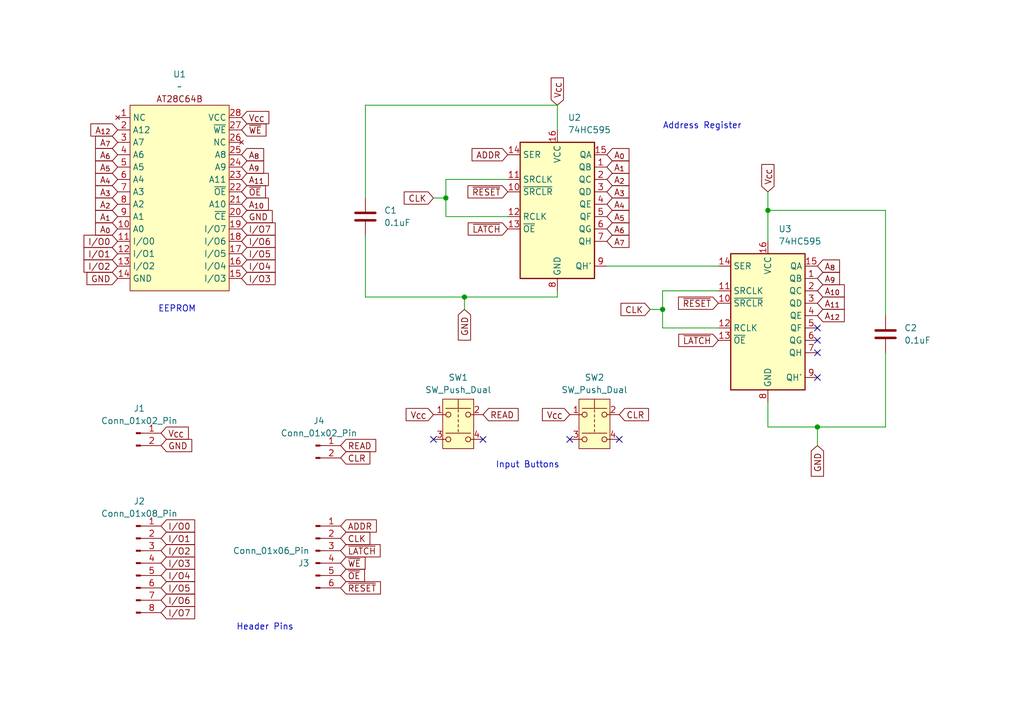
<source format=kicad_sch>
(kicad_sch (version 20250114) (generator "eeschema") (generator_version "9.0")
  (paper "A5")
  (title_block (title "EEPROM Programmer Shield") (date "2025-06-17") (rev "1"))
  (lib_symbols
    (symbol "74xx:74HC595"
      (property "Reference" "U" (at -7.62 13.97 0))
      (property "Value" "74HC595" (at -7.62 -16.51 0))
      (symbol "74HC595_1_0"
        (pin input line (at -10.16 10.16 0) (length 2.54) (name "SER") (number "14"))
        (pin input line (at -10.16 5.08 0) (length 2.54) (name "SRCLK") (number "11"))
        (pin input line (at -10.16 2.54 0) (length 2.54) (name "~{SRCLR}") (number "10"))
        (pin input line (at -10.16 -2.54 0) (length 2.54) (name "RCLK") (number "12"))
        (pin input line (at -10.16 -5.08 0) (length 2.54) (name "~{OE}") (number "13"))
        (pin power_in line (at 0 15.24 270) (length 2.54) (name "VCC") (number "16"))
        (pin power_in line (at 0 -17.78 90) (length 2.54) (name "GND") (number "8"))
        (pin tri_state line (at 10.16 10.16 180) (length 2.54) (name "QA") (number "15"))
        (pin tri_state line (at 10.16 7.62 180) (length 2.54) (name "QB") (number "1"))
        (pin tri_state line (at 10.16 5.08 180) (length 2.54) (name "QC") (number "2"))
        (pin tri_state line (at 10.16 2.54 180) (length 2.54) (name "QD") (number "3"))
        (pin tri_state line (at 10.16 0 180) (length 2.54) (name "QE") (number "4"))
        (pin tri_state line (at 10.16 -2.54 180) (length 2.54) (name "QF") (number "5"))
        (pin tri_state line (at 10.16 -5.08 180) (length 2.54) (name "QG") (number "6"))
        (pin tri_state line (at 10.16 -7.62 180) (length 2.54) (name "QH") (number "7"))
        (pin output line (at 10.16 -12.7 180) (length 2.54) (name "QH'") (number "9"))
      )
      (symbol "74HC595_1_1"
        (rectangle (start -7.62 12.7) (end 7.62 -15.24) (stroke (width 0.254)) (fill (type background)))
      )
    )
    (symbol "Connector:Conn_01x02_Pin" (pin_names (offset 1.016) (hide yes))
      (property "Reference" "J" (at 0 2.54 0))
      (property "Value" "Conn_01x02_Pin" (at 0 -5.08 0))
      (symbol "Conn_01x02_Pin_1_1"
        (rectangle (start 0.8636 0.127) (end 0 -0.127) (stroke (width 0.1524)) (fill (type outline)))
        (rectangle (start 0.8636 -2.413) (end 0 -2.667) (stroke (width 0.1524)) (fill (type outline)))
        (polyline (pts (xy 1.27 0) (xy 0.8636 0)) (stroke (width 0.1524)))
        (polyline (pts (xy 1.27 -2.54) (xy 0.8636 -2.54)) (stroke (width 0.1524)))
        (pin passive line (at 5.08 0 180) (length 3.81) (name "Pin_1") (number "1"))
        (pin passive line (at 5.08 -2.54 180) (length 3.81) (name "Pin_2") (number "2"))
      )
    )
    (symbol "Connector:Conn_01x06_Pin" (pin_names (offset 1.016) (hide yes))
      (property "Reference" "J" (at 0 7.62 0))
      (property "Value" "Conn_01x06_Pin" (at 0 -10.16 0))
      (symbol "Conn_01x06_Pin_1_1"
        (rectangle (start 0.8636 5.207) (end 0 4.953) (stroke (width 0.1524)) (fill (type outline)))
        (rectangle (start 0.8636 2.667) (end 0 2.413) (stroke (width 0.1524)) (fill (type outline)))
        (rectangle (start 0.8636 0.127) (end 0 -0.127) (stroke (width 0.1524)) (fill (type outline)))
        (rectangle (start 0.8636 -2.413) (end 0 -2.667) (stroke (width 0.1524)) (fill (type outline)))
        (rectangle (start 0.8636 -4.953) (end 0 -5.207) (stroke (width 0.1524)) (fill (type outline)))
        (rectangle (start 0.8636 -7.493) (end 0 -7.747) (stroke (width 0.1524)) (fill (type outline)))
        (polyline (pts (xy 1.27 5.08) (xy 0.8636 5.08)) (stroke (width 0.1524)))
        (polyline (pts (xy 1.27 2.54) (xy 0.8636 2.54)) (stroke (width 0.1524)))
        (polyline (pts (xy 1.27 0) (xy 0.8636 0)) (stroke (width 0.1524)))
        (polyline (pts (xy 1.27 -2.54) (xy 0.8636 -2.54)) (stroke (width 0.1524)))
        (polyline (pts (xy 1.27 -5.08) (xy 0.8636 -5.08)) (stroke (width 0.1524)))
        (polyline (pts (xy 1.27 -7.62) (xy 0.8636 -7.62)) (stroke (width 0.1524)))
        (pin passive line (at 5.08 5.08 180) (length 3.81) (name "Pin_1") (number "1"))
        (pin passive line (at 5.08 2.54 180) (length 3.81) (name "Pin_2") (number "2"))
        (pin passive line (at 5.08 0 180) (length 3.81) (name "Pin_3") (number "3"))
        (pin passive line (at 5.08 -2.54 180) (length 3.81) (name "Pin_4") (number "4"))
        (pin passive line (at 5.08 -5.08 180) (length 3.81) (name "Pin_5") (number "5"))
        (pin passive line (at 5.08 -7.62 180) (length 3.81) (name "Pin_6") (number "6"))
      )
    )
    (symbol "Connector:Conn_01x08_Pin" (pin_names (offset 1.016) (hide yes))
      (property "Reference" "J" (at 0 10.16 0))
      (property "Value" "Conn_01x08_Pin" (at 0 -12.7 0))
      (symbol "Conn_01x08_Pin_1_1"
        (rectangle (start 0.8636 7.747) (end 0 7.493) (stroke (width 0.1524)) (fill (type outline)))
        (rectangle (start 0.8636 5.207) (end 0 4.953) (stroke (width 0.1524)) (fill (type outline)))
        (rectangle (start 0.8636 2.667) (end 0 2.413) (stroke (width 0.1524)) (fill (type outline)))
        (rectangle (start 0.8636 0.127) (end 0 -0.127) (stroke (width 0.1524)) (fill (type outline)))
        (rectangle (start 0.8636 -2.413) (end 0 -2.667) (stroke (width 0.1524)) (fill (type outline)))
        (rectangle (start 0.8636 -4.953) (end 0 -5.207) (stroke (width 0.1524)) (fill (type outline)))
        (rectangle (start 0.8636 -7.493) (end 0 -7.747) (stroke (width 0.1524)) (fill (type outline)))
        (rectangle (start 0.8636 -10.033) (end 0 -10.287) (stroke (width 0.1524)) (fill (type outline)))
        (polyline (pts (xy 1.27 7.62) (xy 0.8636 7.62)) (stroke (width 0.1524)))
        (polyline (pts (xy 1.27 5.08) (xy 0.8636 5.08)) (stroke (width 0.1524)))
        (polyline (pts (xy 1.27 2.54) (xy 0.8636 2.54)) (stroke (width 0.1524)))
        (polyline (pts (xy 1.27 0) (xy 0.8636 0)) (stroke (width 0.1524)))
        (polyline (pts (xy 1.27 -2.54) (xy 0.8636 -2.54)) (stroke (width 0.1524)))
        (polyline (pts (xy 1.27 -5.08) (xy 0.8636 -5.08)) (stroke (width 0.1524)))
        (polyline (pts (xy 1.27 -7.62) (xy 0.8636 -7.62)) (stroke (width 0.1524)))
        (polyline (pts (xy 1.27 -10.16) (xy 0.8636 -10.16)) (stroke (width 0.1524)))
        (pin passive line (at 5.08 7.62 180) (length 3.81) (name "Pin_1") (number "1"))
        (pin passive line (at 5.08 5.08 180) (length 3.81) (name "Pin_2") (number "2"))
        (pin passive line (at 5.08 2.54 180) (length 3.81) (name "Pin_3") (number "3"))
        (pin passive line (at 5.08 0 180) (length 3.81) (name "Pin_4") (number "4"))
        (pin passive line (at 5.08 -2.54 180) (length 3.81) (name "Pin_5") (number "5"))
        (pin passive line (at 5.08 -5.08 180) (length 3.81) (name "Pin_6") (number "6"))
        (pin passive line (at 5.08 -7.62 180) (length 3.81) (name "Pin_7") (number "7"))
        (pin passive line (at 5.08 -10.16 180) (length 3.81) (name "Pin_8") (number "8"))
      )
    )
    (symbol "Device:C" (pin_numbers (hide yes)) (pin_names (offset 0.254))
      (property "Reference" "C" (at 0.635 2.54 0))
      (property "Value" "C" (at 0.635 -2.54 0))
      (symbol "C_0_1"
        (polyline (pts (xy -2.032 0.762) (xy 2.032 0.762)) (stroke (width 0.508)))
        (polyline (pts (xy -2.032 -0.762) (xy 2.032 -0.762)) (stroke (width 0.508)))
      )
      (symbol "C_1_1"
        (pin passive line (at 0 3.81 270) (length 2.794) (name "~") (number "1"))
        (pin passive line (at 0 -3.81 90) (length 2.794) (name "~") (number "2"))
      )
    )
    (symbol "Memory_EEPROM:AT28C64B"
      (property "Reference" "U" (at 0 9.906 0))
      (symbol "AT28C64B_1_1"
        (rectangle (start -10.16 6.35) (end 10.16 -31.75) (fill (type color) (color 255 255 194 1)))
        (text "AT28C64B" (at 0 7.62 0) (effects (font (size 1.27 1.27))))
        (pin no_connect line (at -12.7 3.81 0) (length 2.54) (name "NC") (number "1"))
        (pin input line (at -12.7 1.27 0) (length 2.54) (name "A12") (number "2"))
        (pin input line (at -12.7 -1.27 0) (length 2.54) (name "A7") (number "3"))
        (pin input line (at -12.7 -3.81 0) (length 2.54) (name "A6") (number "4"))
        (pin input line (at -12.7 -6.35 0) (length 2.54) (name "A5") (number "5"))
        (pin input line (at -12.7 -8.89 0) (length 2.54) (name "A4") (number "6"))
        (pin input line (at -12.7 -11.43 0) (length 2.54) (name "A3") (number "7"))
        (pin input line (at -12.7 -13.97 0) (length 2.54) (name "A2") (number "8"))
        (pin input line (at -12.7 -16.51 0) (length 2.54) (name "A1") (number "9"))
        (pin input line (at -12.7 -19.05 0) (length 2.54) (name "A0") (number "10"))
        (pin bidirectional line (at -12.7 -21.59 0) (length 2.54) (name "I/O0") (number "11"))
        (pin bidirectional line (at -12.7 -24.13 0) (length 2.54) (name "I/O1") (number "12"))
        (pin bidirectional line (at -12.7 -26.67 0) (length 2.54) (name "I/O2") (number "13"))
        (pin input line (at -12.7 -29.21 0) (length 2.54) (name "GND") (number "14"))
        (pin input line (at 12.7 3.81 180) (length 2.54) (name "VCC") (number "28"))
        (pin input line (at 12.7 1.27 180) (length 2.54) (name "~{WE}") (number "27"))
        (pin no_connect line (at 12.7 -1.27 180) (length 2.54) (name "NC") (number "26"))
        (pin input line (at 12.7 -3.81 180) (length 2.54) (name "A8") (number "25"))
        (pin input line (at 12.7 -6.35 180) (length 2.54) (name "A9") (number "24"))
        (pin input line (at 12.7 -8.89 180) (length 2.54) (name "A11") (number "23"))
        (pin input line (at 12.7 -11.43 180) (length 2.54) (name "~{OE}") (number "22"))
        (pin input line (at 12.7 -13.97 180) (length 2.54) (name "A10") (number "21"))
        (pin input line (at 12.7 -16.51 180) (length 2.54) (name "~{CE}") (number "20"))
        (pin bidirectional line (at 12.7 -19.05 180) (length 2.54) (name "I/O7") (number "19"))
        (pin bidirectional line (at 12.7 -21.59 180) (length 2.54) (name "I/O6") (number "18"))
        (pin bidirectional line (at 12.7 -24.13 180) (length 2.54) (name "I/O5") (number "17"))
        (pin bidirectional line (at 12.7 -26.67 180) (length 2.54) (name "I/O4") (number "16"))
        (pin bidirectional line (at 12.7 -29.21 180) (length 2.54) (name "I/O3") (number "15"))
      )
    )
    (symbol "Switch:SW_Push_Dual" (pin_names (offset 1.016) (hide yes))
      (property "Reference" "SW" (at 0 7.62 0))
      (property "Value" "SW_Push_Dual" (at 0 -6.35 0))
      (symbol "SW_Push_Dual_0_1"
        (circle (center -2.032 2.54) (radius 0.508))
        (circle (center -2.032 -2.54) (radius 0.508))
        (polyline (pts (xy 0 3.81) (xy 0 5.588)))
        (polyline (pts (xy 0 3.048) (xy 0 3.556)))
        (polyline (pts (xy 0 2.032) (xy 0 2.54)))
        (polyline (pts (xy 0 1.016) (xy 0 1.524)))
        (polyline (pts (xy 0 0.508) (xy 0 0)))
        (polyline (pts (xy 0 -0.508) (xy 0 -1.016)))
        (circle (center 2.032 2.54) (radius 0.508))
        (circle (center 2.032 -2.54) (radius 0.508))
        (polyline (pts (xy 2.54 3.81) (xy -2.54 3.81)))
        (polyline (pts (xy 2.54 -1.27) (xy -2.54 -1.27)))
        (pin passive line (at -5.08 2.54 0) (length 2.54) (name "1") (number "1"))
        (pin passive line (at -5.08 -2.54 0) (length 2.54) (name "3") (number "3"))
        (pin passive line (at 5.08 2.54 180) (length 2.54) (name "2") (number "2"))
        (pin passive line (at 5.08 -2.54 180) (length 2.54) (name "4") (number "4"))
      )
      (symbol "SW_Push_Dual_1_1"
        (rectangle (start -3.175 5.715) (end 3.175 -4.445) (fill (type background)))
      )
    )
  )
  (text "Address Register" (at 144.018 25.908 0) (effects (font (size 1.27 1.27))))
  (text "Header Pins" (at 54.356 128.778 0) (effects (font (size 1.27 1.27))))
  (text "Input Buttons" (at 108.204 95.504 0) (effects (font (size 1.27 1.27))))
  (text "EEPROM" (at 36.322 63.5 0) (effects (font (size 1.27 1.27))))
  (junction (at 95.25 60.96))
  (junction (at 91.44 40.64))
  (junction (at 167.64 87.63))
  (junction (at 157.48 43.18))
  (junction (at 135.89 63.5))
  (no_connect (at 88.9 90.17))
  (no_connect (at 167.64 67.31))
  (no_connect (at 116.84 90.17))
  (no_connect (at 167.64 72.39))
  (no_connect (at 167.64 77.47))
  (no_connect (at 99.06 90.17))
  (no_connect (at 127 90.17))
  (no_connect (at 167.64 69.85))
  (wire (pts (xy 135.89 59.69) (xy 135.89 63.5)))
  (wire (pts (xy 104.14 36.83) (xy 91.44 36.83)))
  (wire (pts (xy 135.89 67.31) (xy 147.32 67.31)))
  (wire (pts (xy 114.3 21.59) (xy 114.3 26.67)))
  (wire (pts (xy 147.32 59.69) (xy 135.89 59.69)))
  (wire (pts (xy 95.25 60.96) (xy 74.93 60.96)))
  (wire (pts (xy 181.61 43.18) (xy 181.61 64.77)))
  (wire (pts (xy 167.64 87.63) (xy 167.64 91.44)))
  (wire (pts (xy 157.48 43.18) (xy 157.48 49.53)))
  (wire (pts (xy 95.25 60.96) (xy 114.3 60.96)))
  (wire (pts (xy 133.35 63.5) (xy 135.89 63.5)))
  (wire (pts (xy 181.61 72.39) (xy 181.61 87.63)))
  (wire (pts (xy 91.44 44.45) (xy 104.14 44.45)))
  (wire (pts (xy 114.3 60.96) (xy 114.3 59.69)))
  (wire (pts (xy 135.89 63.5) (xy 135.89 67.31)))
  (wire (pts (xy 157.48 39.37) (xy 157.48 43.18)))
  (wire (pts (xy 124.46 54.61) (xy 147.32 54.61)))
  (wire (pts (xy 91.44 40.64) (xy 91.44 44.45)))
  (wire (pts (xy 167.64 87.63) (xy 181.61 87.63)))
  (wire (pts (xy 157.48 87.63) (xy 167.64 87.63)))
  (wire (pts (xy 88.9 40.64) (xy 91.44 40.64)))
  (wire (pts (xy 74.93 21.59) (xy 74.93 40.64)))
  (wire (pts (xy 157.48 43.18) (xy 181.61 43.18)))
  (wire (pts (xy 157.48 87.63) (xy 157.48 82.55)))
  (wire (pts (xy 114.3 21.59) (xy 74.93 21.59)))
  (wire (pts (xy 74.93 48.26) (xy 74.93 60.96)))
  (wire (pts (xy 91.44 36.83) (xy 91.44 40.64)))
  (wire (pts (xy 95.25 60.96) (xy 95.25 63.5)))
  (global_label "GND" (shape input) (at 95.25 63.5 270) (property "Intersheetrefs" "${INTERSHEET_REFS}" (effects (hide yes))))
  (global_label "A_{2}" (shape input) (at 24.13 41.91 180) (property "Intersheetrefs" "${INTERSHEET_REFS}" (effects (hide yes))))
  (global_label "A_{2}" (shape input) (at 124.46 36.83 0) (property "Intersheetrefs" "${INTERSHEET_REFS}" (effects (hide yes))))
  (global_label "A_{6}" (shape input) (at 24.13 31.75 180) (property "Intersheetrefs" "${INTERSHEET_REFS}" (effects (hide yes))))
  (global_label "I{slash}O2" (shape input) (at 33.02 113.03 0) (property "Intersheetrefs" "${INTERSHEET_REFS}" (effects (hide yes))))
  (global_label "A_{9}" (shape input) (at 49.53 34.29 0) (property "Intersheetrefs" "${INTERSHEET_REFS}" (effects (hide yes))))
  (global_label "I{slash}O4" (shape input) (at 33.02 118.11 0) (property "Intersheetrefs" "${INTERSHEET_REFS}" (effects (hide yes))))
  (global_label "V_{CC}" (shape input) (at 33.02 88.9 0) (property "Intersheetrefs" "${INTERSHEET_REFS}" (effects (hide yes))))
  (global_label "~{OE}" (shape input) (at 69.85 118.11 0) (property "Intersheetrefs" "${INTERSHEET_REFS}" (effects (hide yes))))
  (global_label "V_{CC}" (shape input) (at 114.3 21.59 90) (property "Intersheetrefs" "${INTERSHEET_REFS}" (effects (hide yes))))
  (global_label "A_{10}" (shape input) (at 167.64 59.69 0) (property "Intersheetrefs" "${INTERSHEET_REFS}" (effects (hide yes))))
  (global_label "GND" (shape input) (at 167.64 91.44 270) (property "Intersheetrefs" "${INTERSHEET_REFS}" (effects (hide yes))))
  (global_label "ADDR" (shape input) (at 69.85 107.95 0) (property "Intersheetrefs" "${INTERSHEET_REFS}" (effects (hide yes))))
  (global_label "~{RESET}" (shape input) (at 104.14 39.37 180) (property "Intersheetrefs" "${INTERSHEET_REFS}" (effects (hide yes))))
  (global_label "~{WE}" (shape input) (at 49.53 26.67 0) (property "Intersheetrefs" "${INTERSHEET_REFS}" (effects (hide yes))))
  (global_label "I{slash}O3" (shape input) (at 49.53 57.15 0) (property "Intersheetrefs" "${INTERSHEET_REFS}" (effects (hide yes))))
  (global_label "I{slash}O1" (shape input) (at 24.13 52.07 180) (property "Intersheetrefs" "${INTERSHEET_REFS}" (effects (hide yes))))
  (global_label "~{LATCH}" (shape input) (at 69.85 113.03 0) (property "Intersheetrefs" "${INTERSHEET_REFS}" (effects (hide yes))))
  (global_label "~{LATCH}" (shape input) (at 104.14 46.99 180) (property "Intersheetrefs" "${INTERSHEET_REFS}" (effects (hide yes))))
  (global_label "A_{1}" (shape input) (at 124.46 34.29 0) (property "Intersheetrefs" "${INTERSHEET_REFS}" (effects (hide yes))))
  (global_label "CLR" (shape input) (at 69.85 93.98 0) (property "Intersheetrefs" "${INTERSHEET_REFS}" (effects (hide yes))))
  (global_label "A_{12}" (shape input) (at 24.13 26.67 180) (property "Intersheetrefs" "${INTERSHEET_REFS}" (effects (hide yes))))
  (global_label "V_{CC}" (shape input) (at 49.53 24.13 0) (property "Intersheetrefs" "${INTERSHEET_REFS}" (effects (hide yes))))
  (global_label "GND" (shape input) (at 24.13 57.15 180) (property "Intersheetrefs" "${INTERSHEET_REFS}" (effects (hide yes))))
  (global_label "I{slash}O0" (shape input) (at 24.13 49.53 180) (property "Intersheetrefs" "${INTERSHEET_REFS}" (effects (hide yes))))
  (global_label "I{slash}O3" (shape input) (at 33.02 115.57 0) (property "Intersheetrefs" "${INTERSHEET_REFS}" (effects (hide yes))))
  (global_label "A_{6}" (shape input) (at 124.46 46.99 0) (property "Intersheetrefs" "${INTERSHEET_REFS}" (effects (hide yes))))
  (global_label "V_{CC}" (shape input) (at 88.9 85.09 180) (property "Intersheetrefs" "${INTERSHEET_REFS}" (effects (hide yes))))
  (global_label "CLK" (shape input) (at 88.9 40.64 180) (property "Intersheetrefs" "${INTERSHEET_REFS}" (effects (hide yes))))
  (global_label "GND" (shape input) (at 49.53 44.45 0) (property "Intersheetrefs" "${INTERSHEET_REFS}" (effects (hide yes))))
  (global_label "~{WE}" (shape input) (at 69.85 115.57 0) (property "Intersheetrefs" "${INTERSHEET_REFS}" (effects (hide yes))))
  (global_label "A_{5}" (shape input) (at 24.13 34.29 180) (property "Intersheetrefs" "${INTERSHEET_REFS}" (effects (hide yes))))
  (global_label "A_{0}" (shape input) (at 24.13 46.99 180) (property "Intersheetrefs" "${INTERSHEET_REFS}" (effects (hide yes))))
  (global_label "A_{8}" (shape input) (at 167.64 54.61 0) (property "Intersheetrefs" "${INTERSHEET_REFS}" (effects (hide yes))))
  (global_label "~{LATCH}" (shape input) (at 147.32 69.85 180) (property "Intersheetrefs" "${INTERSHEET_REFS}" (effects (hide yes))))
  (global_label "~{OE}" (shape input) (at 49.53 39.37 0) (property "Intersheetrefs" "${INTERSHEET_REFS}" (effects (hide yes))))
  (global_label "I{slash}O2" (shape input) (at 24.13 54.61 180) (property "Intersheetrefs" "${INTERSHEET_REFS}" (effects (hide yes))))
  (global_label "I{slash}O6" (shape input) (at 33.02 123.19 0) (property "Intersheetrefs" "${INTERSHEET_REFS}" (effects (hide yes))))
  (global_label "A_{3}" (shape input) (at 24.13 39.37 180) (property "Intersheetrefs" "${INTERSHEET_REFS}" (effects (hide yes))))
  (global_label "A_{7}" (shape input) (at 24.13 29.21 180) (property "Intersheetrefs" "${INTERSHEET_REFS}" (effects (hide yes))))
  (global_label "READ" (shape input) (at 69.85 91.44 0) (property "Intersheetrefs" "${INTERSHEET_REFS}" (effects (hide yes))))
  (global_label "A_{3}" (shape input) (at 124.46 39.37 0) (property "Intersheetrefs" "${INTERSHEET_REFS}" (effects (hide yes))))
  (global_label "A_{9}" (shape input) (at 167.64 57.15 0) (property "Intersheetrefs" "${INTERSHEET_REFS}" (effects (hide yes))))
  (global_label "READ" (shape input) (at 99.06 85.09 0) (property "Intersheetrefs" "${INTERSHEET_REFS}" (effects (hide yes))))
  (global_label "I{slash}O6" (shape input) (at 49.53 49.53 0) (property "Intersheetrefs" "${INTERSHEET_REFS}" (effects (hide yes))))
  (global_label "CLK" (shape input) (at 69.85 110.49 0) (property "Intersheetrefs" "${INTERSHEET_REFS}" (effects (hide yes))))
  (global_label "GND" (shape input) (at 33.02 91.44 0) (property "Intersheetrefs" "${INTERSHEET_REFS}" (effects (hide yes))))
  (global_label "I{slash}O7" (shape input) (at 33.02 125.73 0) (property "Intersheetrefs" "${INTERSHEET_REFS}" (effects (hide yes))))
  (global_label "A_{1}" (shape input) (at 24.13 44.45 180) (property "Intersheetrefs" "${INTERSHEET_REFS}" (effects (hide yes))))
  (global_label "CLR" (shape input) (at 127 85.09 0) (property "Intersheetrefs" "${INTERSHEET_REFS}" (effects (hide yes))))
  (global_label "A_{4}" (shape input) (at 124.46 41.91 0) (property "Intersheetrefs" "${INTERSHEET_REFS}" (effects (hide yes))))
  (global_label "A_{5}" (shape input) (at 124.46 44.45 0) (property "Intersheetrefs" "${INTERSHEET_REFS}" (effects (hide yes))))
  (global_label "I{slash}O4" (shape input) (at 49.53 54.61 0) (property "Intersheetrefs" "${INTERSHEET_REFS}" (effects (hide yes))))
  (global_label "V_{CC}" (shape input) (at 116.84 85.09 180) (property "Intersheetrefs" "${INTERSHEET_REFS}" (effects (hide yes))))
  (global_label "I{slash}O5" (shape input) (at 33.02 120.65 0) (property "Intersheetrefs" "${INTERSHEET_REFS}" (effects (hide yes))))
  (global_label "~{RESET}" (shape input) (at 147.32 62.23 180) (property "Intersheetrefs" "${INTERSHEET_REFS}" (effects (hide yes))))
  (global_label "A_{8}" (shape input) (at 49.53 31.75 0) (property "Intersheetrefs" "${INTERSHEET_REFS}" (effects (hide yes))))
  (global_label "A_{11}" (shape input) (at 167.64 62.23 0) (property "Intersheetrefs" "${INTERSHEET_REFS}" (effects (hide yes))))
  (global_label "A_{4}" (shape input) (at 24.13 36.83 180) (property "Intersheetrefs" "${INTERSHEET_REFS}" (effects (hide yes))))
  (global_label "I{slash}O7" (shape input) (at 49.53 46.99 0) (property "Intersheetrefs" "${INTERSHEET_REFS}" (effects (hide yes))))
  (global_label "ADDR" (shape input) (at 104.14 31.75 180) (property "Intersheetrefs" "${INTERSHEET_REFS}" (effects (hide yes))))
  (global_label "A_{0}" (shape input) (at 124.46 31.75 0) (property "Intersheetrefs" "${INTERSHEET_REFS}" (effects (hide yes))))
  (global_label "I{slash}O1" (shape input) (at 33.02 110.49 0) (property "Intersheetrefs" "${INTERSHEET_REFS}" (effects (hide yes))))
  (global_label "A_{7}" (shape input) (at 124.46 49.53 0) (property "Intersheetrefs" "${INTERSHEET_REFS}" (effects (hide yes))))
  (global_label "I{slash}O5" (shape input) (at 49.53 52.07 0) (property "Intersheetrefs" "${INTERSHEET_REFS}" (effects (hide yes))))
  (global_label "~{RESET}" (shape input) (at 69.85 120.65 0) (property "Intersheetrefs" "${INTERSHEET_REFS}" (effects (hide yes))))
  (global_label "CLK" (shape input) (at 133.35 63.5 180) (property "Intersheetrefs" "${INTERSHEET_REFS}" (effects (hide yes))))
  (global_label "A_{11}" (shape input) (at 49.53 36.83 0) (property "Intersheetrefs" "${INTERSHEET_REFS}" (effects (hide yes))))
  (global_label "I{slash}O0" (shape input) (at 33.02 107.95 0) (property "Intersheetrefs" "${INTERSHEET_REFS}" (effects (hide yes))))
  (global_label "A_{12}" (shape input) (at 167.64 64.77 0) (property "Intersheetrefs" "${INTERSHEET_REFS}" (effects (hide yes))))
  (global_label "V_{CC}" (shape input) (at 157.48 39.37 90) (property "Intersheetrefs" "${INTERSHEET_REFS}" (effects (hide yes))))
  (global_label "A_{10}" (shape input) (at 49.53 41.91 0) (property "Intersheetrefs" "${INTERSHEET_REFS}" (effects (hide yes))))
  (symbol (lib_id "Connector:Conn_01x08_Pin") (at 27.94 115.57 0) (unit 1)
    (property "Reference" "J2" (at 28.575 102.87 0))
    (property "Value" "Conn_01x08_Pin" (at 28.575 105.41 0))
    (property "Footprint" "Connector_PinHeader_2.54mm:PinHeader_1x08_P2.54mm_Vertical" (effects (hide yes)))
    (property "Description" "Generic connector, single row, 01x08, script generated" (effects (hide yes)))
  )
  (symbol (lib_id "Switch:SW_Push_Dual") (at 121.92 87.63 0) (unit 1)
    (property "Reference" "SW2" (at 121.92 77.47 0))
    (property "Value" "SW_Push_Dual" (at 121.92 80.01 0))
    (property "Footprint" "Button_Switch_THT:SW_PUSH_6mm" (effects (hide yes)))
    (property "Description" "Push button switch, generic, symbol, four pins" (effects (hide yes)))
  )
  (symbol (lib_id "Switch:SW_Push_Dual") (at 93.98 87.63 0) (unit 1)
    (property "Reference" "SW1" (at 93.98 77.47 0))
    (property "Value" "SW_Push_Dual" (at 93.98 80.01 0))
    (property "Footprint" "Button_Switch_THT:SW_PUSH_6mm" (effects (hide yes)))
    (property "Description" "Push button switch, generic, symbol, four pins" (effects (hide yes)))
  )
  (symbol (lib_id "Device:C") (at 181.61 68.58 0) (unit 1)
    (property "Reference" "C2" (at 185.42 67.3099 0) (effects (justify left)))
    (property "Value" "0.1uF" (at 185.42 69.8499 0) (effects (justify left)))
    (property "Footprint" "Capacitor_THT:CP_Radial_D4.0mm_P1.50mm" (effects (hide yes)))
    (property "Description" "Unpolarized capacitor" (effects (hide yes)))
  )
  (symbol (lib_id "Memory_EEPROM:AT28C64B") (at 36.83 27.94 0) (unit 1)
    (property "Reference" "U1" (at 36.83 15.24 0))
    (property "Value" "~" (at 36.83 17.78 0))
    (property "Footprint" "Package_DIP:DIP-28_W15.24mm" (effects (hide yes)))
  )
  (symbol (lib_id "74xx:74HC595") (at 114.3 41.91 0) (unit 1)
    (property "Reference" "U2" (at 116.4433 24.13 0) (effects (justify left)))
    (property "Value" "74HC595" (at 116.4433 26.67 0) (effects (justify left)))
    (property "Footprint" "Package_DIP:CERDIP-16_W7.62mm_SideBrazed" (effects (hide yes)))
    (property "Datasheet" "http://www.ti.com/lit/ds/symlink/sn74hc595.pdf" (effects (hide yes)))
    (property "Description" "8-bit serial in/out Shift Register 3-State Outputs" (effects (hide yes)))
  )
  (symbol (lib_id "Connector:Conn_01x06_Pin") (at 64.77 113.03 0) (unit 1)
    (property "Reference" "J3" (at 63.5 115.5701 0) (effects (justify right)))
    (property "Value" "Conn_01x06_Pin" (at 63.5 113.0301 0) (effects (justify right)))
    (property "Footprint" "Connector_PinHeader_2.54mm:PinHeader_1x06_P2.54mm_Vertical" (effects (hide yes)))
    (property "Description" "Generic connector, single row, 01x06, script generated" (effects (hide yes)))
  )
  (symbol (lib_id "74xx:74HC595") (at 157.48 64.77 0) (unit 1)
    (property "Reference" "U3" (at 159.6233 46.99 0) (effects (justify left)))
    (property "Value" "74HC595" (at 159.6233 49.53 0) (effects (justify left)))
    (property "Footprint" "Package_DIP:CERDIP-16_W7.62mm_SideBrazed" (effects (hide yes)))
    (property "Datasheet" "http://www.ti.com/lit/ds/symlink/sn74hc595.pdf" (effects (hide yes)))
    (property "Description" "8-bit serial in/out Shift Register 3-State Outputs" (effects (hide yes)))
  )
  (symbol (lib_id "Connector:Conn_01x02_Pin") (at 27.94 88.9 0) (unit 1)
    (property "Reference" "J1" (at 28.575 83.82 0))
    (property "Value" "Conn_01x02_Pin" (at 28.575 86.36 0))
    (property "Footprint" "Connector_PinHeader_1.27mm:PinHeader_1x02_P1.27mm_Vertical" (effects (hide yes)))
    (property "Description" "Generic connector, single row, 01x02, script generated" (effects (hide yes)))
  )
  (symbol (lib_id "Connector:Conn_01x02_Pin") (at 64.77 91.44 0) (unit 1)
    (property "Reference" "J4" (at 65.405 86.36 0))
    (property "Value" "Conn_01x02_Pin" (at 65.405 88.9 0))
    (property "Footprint" "Connector_PinHeader_1.27mm:PinHeader_1x02_P1.27mm_Vertical" (effects (hide yes)))
    (property "Description" "Generic connector, single row, 01x02, script generated" (effects (hide yes)))
  )
  (symbol (lib_id "Device:C") (at 74.93 44.45 0) (unit 1)
    (property "Reference" "C1" (at 78.74 43.1799 0) (effects (justify left)))
    (property "Value" "0.1uF" (at 78.74 45.7199 0) (effects (justify left)))
    (property "Footprint" "Capacitor_THT:CP_Radial_D4.0mm_P1.50mm" (effects (hide yes)))
    (property "Description" "Unpolarized capacitor" (effects (hide yes)))
  )
)
</source>
